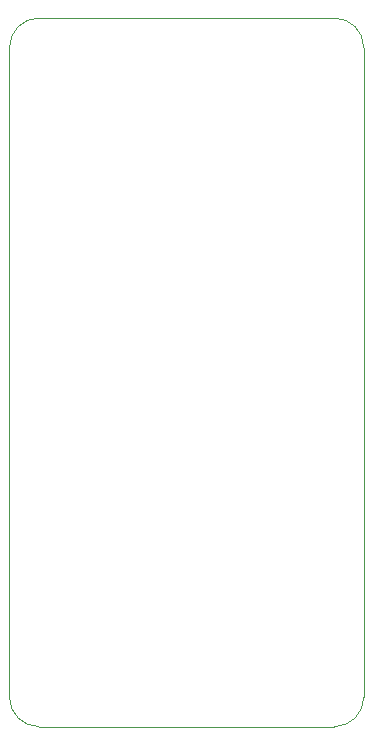
<source format=gm1>
G04 #@! TF.GenerationSoftware,KiCad,Pcbnew,(6.0.9)*
G04 #@! TF.CreationDate,2023-11-11T16:39:11+09:00*
G04 #@! TF.ProjectId,GGBLA125A_Evaluation_Board,4747424c-4131-4323-9541-5f4576616c75,rev?*
G04 #@! TF.SameCoordinates,Original*
G04 #@! TF.FileFunction,Profile,NP*
%FSLAX46Y46*%
G04 Gerber Fmt 4.6, Leading zero omitted, Abs format (unit mm)*
G04 Created by KiCad (PCBNEW (6.0.9)) date 2023-11-11 16:39:11*
%MOMM*%
%LPD*%
G01*
G04 APERTURE LIST*
G04 #@! TA.AperFunction,Profile*
%ADD10C,0.100000*%
G04 #@! TD*
G04 APERTURE END LIST*
D10*
X100000000Y-92500000D02*
X100000000Y-147500000D01*
X100000000Y-147500000D02*
G75*
G03*
X102500000Y-150000000I2500000J0D01*
G01*
X130000000Y-147500000D02*
X130000000Y-92500000D01*
X127500000Y-90000000D02*
X102500000Y-90000000D01*
X127500000Y-150000000D02*
G75*
G03*
X130000000Y-147500000I0J2500000D01*
G01*
X102500000Y-90000000D02*
G75*
G03*
X100000000Y-92500000I0J-2500000D01*
G01*
X102500000Y-150000000D02*
X127500000Y-150000000D01*
X130000000Y-92500000D02*
G75*
G03*
X127500000Y-90000000I-2500000J0D01*
G01*
M02*

</source>
